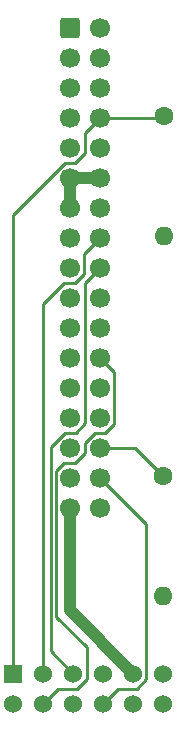
<source format=gbr>
%TF.GenerationSoftware,KiCad,Pcbnew,7.0.1*%
%TF.CreationDate,2024-01-08T20:06:19+01:00*%
%TF.ProjectId,pmod-floppy,706d6f64-2d66-46c6-9f70-70792e6b6963,rev?*%
%TF.SameCoordinates,Original*%
%TF.FileFunction,Copper,L2,Bot*%
%TF.FilePolarity,Positive*%
%FSLAX46Y46*%
G04 Gerber Fmt 4.6, Leading zero omitted, Abs format (unit mm)*
G04 Created by KiCad (PCBNEW 7.0.1) date 2024-01-08 20:06:19*
%MOMM*%
%LPD*%
G01*
G04 APERTURE LIST*
G04 Aperture macros list*
%AMRoundRect*
0 Rectangle with rounded corners*
0 $1 Rounding radius*
0 $2 $3 $4 $5 $6 $7 $8 $9 X,Y pos of 4 corners*
0 Add a 4 corners polygon primitive as box body*
4,1,4,$2,$3,$4,$5,$6,$7,$8,$9,$2,$3,0*
0 Add four circle primitives for the rounded corners*
1,1,$1+$1,$2,$3*
1,1,$1+$1,$4,$5*
1,1,$1+$1,$6,$7*
1,1,$1+$1,$8,$9*
0 Add four rect primitives between the rounded corners*
20,1,$1+$1,$2,$3,$4,$5,0*
20,1,$1+$1,$4,$5,$6,$7,0*
20,1,$1+$1,$6,$7,$8,$9,0*
20,1,$1+$1,$8,$9,$2,$3,0*%
G04 Aperture macros list end*
%TA.AperFunction,ComponentPad*%
%ADD10C,1.600000*%
%TD*%
%TA.AperFunction,ComponentPad*%
%ADD11O,1.600000X1.600000*%
%TD*%
%TA.AperFunction,ComponentPad*%
%ADD12R,1.524000X1.524000*%
%TD*%
%TA.AperFunction,ComponentPad*%
%ADD13C,1.524000*%
%TD*%
%TA.AperFunction,ComponentPad*%
%ADD14RoundRect,0.250000X-0.600000X-0.600000X0.600000X-0.600000X0.600000X0.600000X-0.600000X0.600000X0*%
%TD*%
%TA.AperFunction,ComponentPad*%
%ADD15C,1.700000*%
%TD*%
%TA.AperFunction,Conductor*%
%ADD16C,0.250000*%
%TD*%
%TA.AperFunction,Conductor*%
%ADD17C,1.000000*%
%TD*%
G04 APERTURE END LIST*
D10*
%TO.P,R2,1*%
%TO.N,/Index*%
X169000000Y-96340000D03*
D11*
%TO.P,R2,2*%
%TO.N,+3.3V*%
X169000000Y-106500000D03*
%TD*%
D12*
%TO.P,PMOD1,1,IOA0*%
%TO.N,/Index*%
X156210000Y-143510000D03*
D13*
%TO.P,PMOD1,2,IOA1*%
%TO.N,/Motor on*%
X158750000Y-143510000D03*
%TO.P,PMOD1,3,IOA2*%
%TO.N,/Direction Select*%
X161290000Y-143510000D03*
%TO.P,PMOD1,4,IOA3*%
%TO.N,/Step*%
X163830000Y-143510000D03*
%TO.P,PMOD1,5,GND*%
%TO.N,GND*%
X166370000Y-143510000D03*
%TO.P,PMOD1,6,VCC*%
%TO.N,+3.3V*%
X168910000Y-143510000D03*
%TO.P,PMOD1,7,IOB0*%
%TO.N,/Write Data*%
X156210000Y-146050000D03*
%TO.P,PMOD1,8,IOB1*%
%TO.N,/Write Gate*%
X158750000Y-146050000D03*
%TO.P,PMOD1,9,IOB2*%
%TO.N,/Read Data*%
X161290000Y-146050000D03*
%TO.P,PMOD1,10,IOB3*%
%TO.N,/Side Select*%
X163830000Y-146050000D03*
%TO.P,PMOD1,11,GND*%
%TO.N,GND*%
X166370000Y-146050000D03*
%TO.P,PMOD1,12,VCC*%
%TO.N,+3.3V*%
X168910000Y-146050000D03*
%TD*%
D10*
%TO.P,R1,1*%
%TO.N,/Read Data*%
X168910000Y-126746000D03*
D11*
%TO.P,R1,2*%
%TO.N,+3.3V*%
X168910000Y-136906000D03*
%TD*%
D14*
%TO.P,J1,1,GND*%
%TO.N,GND*%
X161020000Y-88820000D03*
D15*
%TO.P,J1,2,Density_Select*%
%TO.N,unconnected-(J1-Density_Select-Pad2)*%
X163560000Y-88820000D03*
%TO.P,J1,3,GND*%
%TO.N,GND*%
X161020000Y-91360000D03*
%TO.P,J1,4,In_Use*%
%TO.N,unconnected-(J1-In_Use-Pad4)*%
X163560000Y-91360000D03*
%TO.P,J1,5,GND*%
%TO.N,GND*%
X161020000Y-93900000D03*
%TO.P,J1,6,Drive_Select_3*%
%TO.N,unconnected-(J1-Drive_Select_3-Pad6)*%
X163560000Y-93900000D03*
%TO.P,J1,7,GND*%
%TO.N,GND*%
X161020000Y-96440000D03*
%TO.P,J1,8,Index*%
%TO.N,/Index*%
X163560000Y-96440000D03*
%TO.P,J1,9,GND*%
%TO.N,GND*%
X161020000Y-98980000D03*
%TO.P,J1,10,Drive_Select_0*%
%TO.N,unconnected-(J1-Drive_Select_0-Pad10)*%
X163560000Y-98980000D03*
%TO.P,J1,11,GND*%
%TO.N,GND*%
X161020000Y-101520000D03*
%TO.P,J1,12,Drive_Select_1*%
X163560000Y-101520000D03*
%TO.P,J1,13,GND*%
X161020000Y-104060000D03*
%TO.P,J1,14,Drive_Select_2*%
%TO.N,unconnected-(J1-Drive_Select_2-Pad14)*%
X163560000Y-104060000D03*
%TO.P,J1,15,GND*%
%TO.N,GND*%
X161020000Y-106600000D03*
%TO.P,J1,16,Motor_On*%
%TO.N,/Motor on*%
X163560000Y-106600000D03*
%TO.P,J1,17,GND*%
%TO.N,GND*%
X161020000Y-109140000D03*
%TO.P,J1,18,Direction_Select*%
%TO.N,/Direction Select*%
X163560000Y-109140000D03*
%TO.P,J1,19,GND*%
%TO.N,GND*%
X161020000Y-111680000D03*
%TO.P,J1,20,Step*%
%TO.N,/Step*%
X163560000Y-111680000D03*
%TO.P,J1,21,GND*%
%TO.N,GND*%
X161020000Y-114220000D03*
%TO.P,J1,22,Write_Data*%
%TO.N,/Write Data*%
X163560000Y-114220000D03*
%TO.P,J1,23,GND*%
%TO.N,GND*%
X161020000Y-116760000D03*
%TO.P,J1,24,Write_Gate*%
%TO.N,/Write Gate*%
X163560000Y-116760000D03*
%TO.P,J1,25,GND*%
%TO.N,GND*%
X161020000Y-119300000D03*
%TO.P,J1,26,Track_00*%
%TO.N,unconnected-(J1-Track_00-Pad26)*%
X163560000Y-119300000D03*
%TO.P,J1,27,GND*%
%TO.N,GND*%
X161020000Y-121840000D03*
%TO.P,J1,28,Write_Protect*%
%TO.N,unconnected-(J1-Write_Protect-Pad28)*%
X163560000Y-121840000D03*
%TO.P,J1,29,GND*%
%TO.N,GND*%
X161020000Y-124380000D03*
%TO.P,J1,30,Read_Data*%
%TO.N,/Read Data*%
X163560000Y-124380000D03*
%TO.P,J1,31,GND*%
%TO.N,GND*%
X161020000Y-126920000D03*
%TO.P,J1,32,Side_Select*%
%TO.N,/Side Select*%
X163560000Y-126920000D03*
%TO.P,J1,33,GND*%
%TO.N,GND*%
X161020000Y-129460000D03*
%TO.P,J1,34,Ready/Disk_Change*%
%TO.N,unconnected-(J1-Ready{slash}Disk_Change-Pad34)*%
X163560000Y-129460000D03*
%TD*%
D16*
%TO.N,/Side Select*%
X167471200Y-130831200D02*
X163560000Y-126920000D01*
X167471200Y-143961800D02*
X167471200Y-130831200D01*
X166653000Y-144780000D02*
X167471200Y-143961800D01*
X165100000Y-144780000D02*
X166653000Y-144780000D01*
X163830000Y-146050000D02*
X165100000Y-144780000D01*
%TO.N,/Read Data*%
X166544000Y-124380000D02*
X168910000Y-126746000D01*
X163560000Y-124380000D02*
X166544000Y-124380000D01*
%TO.N,/Write Gate*%
X164738400Y-117938400D02*
X163560000Y-116760000D01*
X164738400Y-122340700D02*
X164738400Y-117938400D01*
X163969300Y-123109800D02*
X164738400Y-122340700D01*
X163165900Y-123109800D02*
X163969300Y-123109800D01*
X162290000Y-123985700D02*
X163165900Y-123109800D01*
X162290000Y-124810900D02*
X162290000Y-123985700D01*
X161450900Y-125650000D02*
X162290000Y-124810900D01*
X160534000Y-125650000D02*
X161450900Y-125650000D01*
X159822400Y-126361600D02*
X160534000Y-125650000D01*
X159822400Y-138676700D02*
X159822400Y-126361600D01*
X162415800Y-141270100D02*
X159822400Y-138676700D01*
X162415800Y-143986400D02*
X162415800Y-141270100D01*
X161622200Y-144780000D02*
X162415800Y-143986400D01*
X160020000Y-144780000D02*
X161622200Y-144780000D01*
X158750000Y-146050000D02*
X160020000Y-144780000D01*
%TO.N,/Direction Select*%
X162290000Y-110410000D02*
X163560000Y-109140000D01*
X162290000Y-122324200D02*
X162290000Y-110410000D01*
X161504200Y-123110000D02*
X162290000Y-122324200D01*
X160615500Y-123110000D02*
X161504200Y-123110000D01*
X159369000Y-124356500D02*
X160615500Y-123110000D01*
X159369000Y-141589000D02*
X159369000Y-124356500D01*
X161290000Y-143510000D02*
X159369000Y-141589000D01*
%TO.N,/Motor on*%
X158750000Y-112198000D02*
X158750000Y-143510000D01*
X160538000Y-110410000D02*
X158750000Y-112198000D01*
X161429400Y-110410000D02*
X160538000Y-110410000D01*
X162196900Y-109642500D02*
X161429400Y-110410000D01*
X162196900Y-107963100D02*
X162196900Y-109642500D01*
X163560000Y-106600000D02*
X162196900Y-107963100D01*
%TO.N,/Index*%
X168900000Y-96440000D02*
X169000000Y-96340000D01*
X163560000Y-96440000D02*
X168900000Y-96440000D01*
X162290000Y-97710000D02*
X163560000Y-96440000D01*
X162290000Y-99410900D02*
X162290000Y-97710000D01*
X161450900Y-100250000D02*
X162290000Y-99410900D01*
X160624800Y-100250000D02*
X161450900Y-100250000D01*
X156210000Y-104664800D02*
X160624800Y-100250000D01*
X156210000Y-143510000D02*
X156210000Y-104664800D01*
D17*
%TO.N,GND*%
X161020000Y-104060000D02*
X161020000Y-101520000D01*
X163560000Y-101520000D02*
X161020000Y-101520000D01*
X161020000Y-138160000D02*
X166370000Y-143510000D01*
X161020000Y-129460000D02*
X161020000Y-138160000D01*
%TD*%
M02*

</source>
